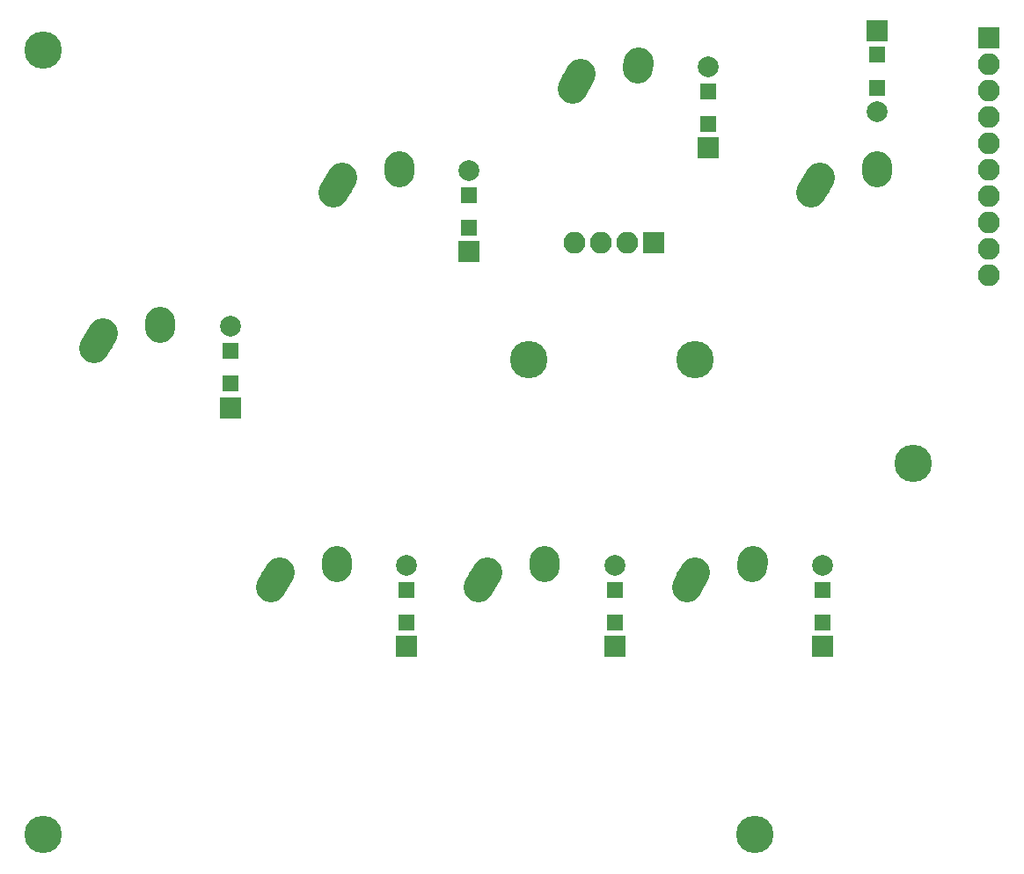
<source format=gbr>
G04 #@! TF.GenerationSoftware,KiCad,Pcbnew,(5.1.2)-2*
G04 #@! TF.CreationDate,2019-07-07T18:03:19+10:00*
G04 #@! TF.ProjectId,Left_Combined_Micro,4c656674-5f43-46f6-9d62-696e65645f4d,rev?*
G04 #@! TF.SameCoordinates,Original*
G04 #@! TF.FileFunction,Soldermask,Top*
G04 #@! TF.FilePolarity,Negative*
%FSLAX46Y46*%
G04 Gerber Fmt 4.6, Leading zero omitted, Abs format (unit mm)*
G04 Created by KiCad (PCBNEW (5.1.2)-2) date 2019-07-07 18:03:19*
%MOMM*%
%LPD*%
G04 APERTURE LIST*
%ADD10C,3.600000*%
%ADD11R,1.600000X1.600000*%
%ADD12R,2.000000X2.000000*%
%ADD13C,2.000000*%
%ADD14R,2.100000X2.100000*%
%ADD15O,2.100000X2.100000*%
%ADD16C,2.900000*%
%ADD17C,2.900000*%
G04 APERTURE END LIST*
D10*
X187500000Y-73500000D03*
X172250000Y-109250000D03*
X103750000Y-109250000D03*
D11*
X184000000Y-37325000D03*
X184000000Y-34175000D03*
D12*
X184000000Y-31850000D03*
D13*
X184000000Y-39650000D03*
D11*
X167750000Y-37675000D03*
X167750000Y-40825000D03*
D12*
X167750000Y-43150000D03*
D13*
X167750000Y-35350000D03*
D11*
X144750000Y-47675000D03*
X144750000Y-50825000D03*
D12*
X144750000Y-53150000D03*
D13*
X144750000Y-45350000D03*
D11*
X121750000Y-62675000D03*
X121750000Y-65825000D03*
D12*
X121750000Y-68150000D03*
D13*
X121750000Y-60350000D03*
D11*
X178750000Y-85675000D03*
X178750000Y-88825000D03*
D12*
X178750000Y-91150000D03*
D13*
X178750000Y-83350000D03*
D11*
X158750000Y-85675000D03*
X158750000Y-88825000D03*
D12*
X158750000Y-91150000D03*
D13*
X158750000Y-83350000D03*
D11*
X138750000Y-85675000D03*
X138750000Y-88825000D03*
D12*
X138750000Y-91150000D03*
D13*
X138750000Y-83350000D03*
D14*
X194750000Y-32500000D03*
D15*
X194750000Y-35040000D03*
X194750000Y-37580000D03*
X194750000Y-40120000D03*
X194750000Y-42660000D03*
X194750000Y-45200000D03*
X194750000Y-47740000D03*
X194750000Y-50280000D03*
X194750000Y-52820000D03*
X194750000Y-55360000D03*
D14*
X162500000Y-52250000D03*
D15*
X159960000Y-52250000D03*
X157420000Y-52250000D03*
X154880000Y-52250000D03*
D16*
X178095000Y-46730000D03*
D17*
X178500453Y-46000046D02*
X177689547Y-47459954D01*
D16*
X184020000Y-45210000D03*
D17*
X184039724Y-44920672D02*
X184000276Y-45499328D01*
D16*
X155095000Y-36730000D03*
D17*
X155500453Y-36000046D02*
X154689547Y-37459954D01*
D16*
X161020000Y-35210000D03*
D17*
X161039724Y-34920672D02*
X161000276Y-35499328D01*
D16*
X132095000Y-46730000D03*
D17*
X132500453Y-46000046D02*
X131689547Y-47459954D01*
D16*
X138020000Y-45210000D03*
D17*
X138039724Y-44920672D02*
X138000276Y-45499328D01*
D16*
X109095000Y-61730000D03*
D17*
X109500453Y-61000046D02*
X108689547Y-62459954D01*
D16*
X115020000Y-60210000D03*
D17*
X115039724Y-59920672D02*
X115000276Y-60499328D01*
D16*
X166095000Y-84730000D03*
D17*
X166500453Y-84000046D02*
X165689547Y-85459954D01*
D16*
X172020000Y-83210000D03*
D17*
X172039724Y-82920672D02*
X172000276Y-83499328D01*
D16*
X146095000Y-84730000D03*
D17*
X146500453Y-84000046D02*
X145689547Y-85459954D01*
D16*
X152020000Y-83210000D03*
D17*
X152039724Y-82920672D02*
X152000276Y-83499328D01*
D16*
X126095000Y-84730000D03*
D17*
X126500453Y-84000046D02*
X125689547Y-85459954D01*
D16*
X132020000Y-83210000D03*
D17*
X132039724Y-82920672D02*
X132000276Y-83499328D01*
D10*
X166500000Y-63500000D03*
X150500000Y-63500000D03*
X103750000Y-33750000D03*
M02*

</source>
